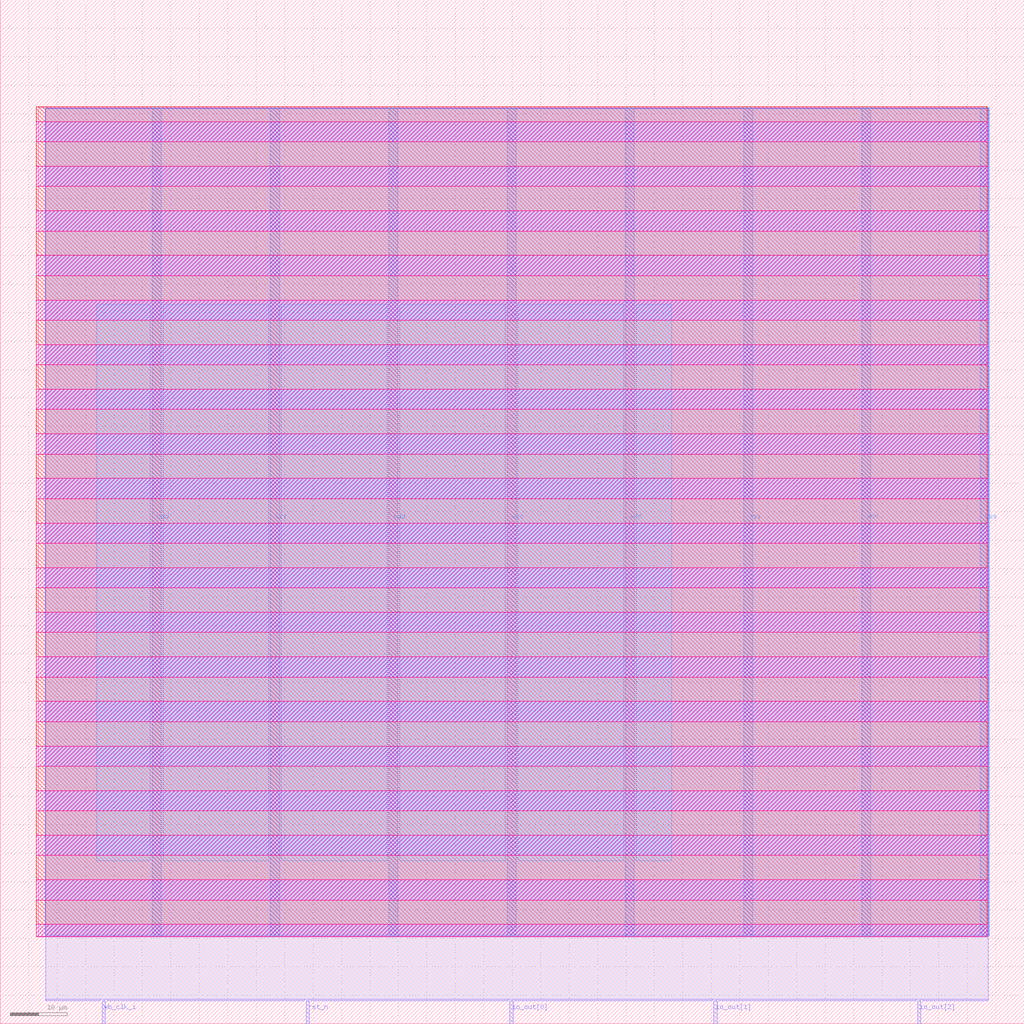
<source format=lef>
VERSION 5.7 ;
  NOWIREEXTENSIONATPIN ON ;
  DIVIDERCHAR "/" ;
  BUSBITCHARS "[]" ;
MACRO blinker
  CLASS BLOCK ;
  FOREIGN blinker ;
  ORIGIN 0.000 0.000 ;
  SIZE 180.000 BY 180.000 ;
  PIN io_out[0]
    DIRECTION OUTPUT ;
    USE SIGNAL ;
    ANTENNADIFFAREA 6.583500 ;
    PORT
      LAYER Metal2 ;
        RECT 89.600 0.000 90.160 4.000 ;
    END
  END io_out[0]
  PIN io_out[1]
    DIRECTION OUTPUT ;
    USE SIGNAL ;
    ANTENNADIFFAREA 6.583500 ;
    PORT
      LAYER Metal2 ;
        RECT 125.440 0.000 126.000 4.000 ;
    END
  END io_out[1]
  PIN io_out[2]
    DIRECTION OUTPUT ;
    USE SIGNAL ;
    ANTENNADIFFAREA 6.583500 ;
    PORT
      LAYER Metal2 ;
        RECT 161.280 0.000 161.840 4.000 ;
    END
  END io_out[2]
  PIN rst_n
    DIRECTION INPUT ;
    USE SIGNAL ;
    ANTENNAGATEAREA 0.666400 ;
    ANTENNADIFFAREA 0.438500 ;
    PORT
      LAYER Metal2 ;
        RECT 53.760 0.000 54.320 4.000 ;
    END
  END rst_n
  PIN vdd
    DIRECTION INOUT ;
    USE POWER ;
    PORT
      LAYER Metal4 ;
        RECT 26.710 15.380 28.310 161.020 ;
    END
    PORT
      LAYER Metal4 ;
        RECT 68.290 15.380 69.890 161.020 ;
    END
    PORT
      LAYER Metal4 ;
        RECT 109.870 15.380 111.470 161.020 ;
    END
    PORT
      LAYER Metal4 ;
        RECT 151.450 15.380 153.050 161.020 ;
    END
  END vdd
  PIN vss
    DIRECTION INOUT ;
    USE GROUND ;
    PORT
      LAYER Metal4 ;
        RECT 47.500 15.380 49.100 161.020 ;
    END
    PORT
      LAYER Metal4 ;
        RECT 89.080 15.380 90.680 161.020 ;
    END
    PORT
      LAYER Metal4 ;
        RECT 130.660 15.380 132.260 161.020 ;
    END
    PORT
      LAYER Metal4 ;
        RECT 172.240 15.380 173.840 161.020 ;
    END
  END vss
  PIN wb_clk_i
    DIRECTION INPUT ;
    USE SIGNAL ;
    ANTENNAGATEAREA 2.352000 ;
    ANTENNADIFFAREA 0.438500 ;
    PORT
      LAYER Metal2 ;
        RECT 17.920 0.000 18.480 4.000 ;
    END
  END wb_clk_i
  OBS
      LAYER Nwell ;
        RECT 6.290 158.570 173.470 161.150 ;
      LAYER Pwell ;
        RECT 6.290 155.030 173.470 158.570 ;
      LAYER Nwell ;
        RECT 6.290 150.730 173.470 155.030 ;
      LAYER Pwell ;
        RECT 6.290 147.190 173.470 150.730 ;
      LAYER Nwell ;
        RECT 6.290 142.890 173.470 147.190 ;
      LAYER Pwell ;
        RECT 6.290 139.350 173.470 142.890 ;
      LAYER Nwell ;
        RECT 6.290 135.050 173.470 139.350 ;
      LAYER Pwell ;
        RECT 6.290 131.510 173.470 135.050 ;
      LAYER Nwell ;
        RECT 6.290 127.210 173.470 131.510 ;
      LAYER Pwell ;
        RECT 6.290 123.670 173.470 127.210 ;
      LAYER Nwell ;
        RECT 6.290 119.370 173.470 123.670 ;
      LAYER Pwell ;
        RECT 6.290 115.830 173.470 119.370 ;
      LAYER Nwell ;
        RECT 6.290 111.530 173.470 115.830 ;
      LAYER Pwell ;
        RECT 6.290 107.990 173.470 111.530 ;
      LAYER Nwell ;
        RECT 6.290 103.690 173.470 107.990 ;
      LAYER Pwell ;
        RECT 6.290 100.150 173.470 103.690 ;
      LAYER Nwell ;
        RECT 6.290 95.850 173.470 100.150 ;
      LAYER Pwell ;
        RECT 6.290 92.310 173.470 95.850 ;
      LAYER Nwell ;
        RECT 6.290 88.010 173.470 92.310 ;
      LAYER Pwell ;
        RECT 6.290 84.470 173.470 88.010 ;
      LAYER Nwell ;
        RECT 6.290 80.170 173.470 84.470 ;
      LAYER Pwell ;
        RECT 6.290 76.630 173.470 80.170 ;
      LAYER Nwell ;
        RECT 6.290 72.330 173.470 76.630 ;
      LAYER Pwell ;
        RECT 6.290 68.790 173.470 72.330 ;
      LAYER Nwell ;
        RECT 6.290 64.490 173.470 68.790 ;
      LAYER Pwell ;
        RECT 6.290 60.950 173.470 64.490 ;
      LAYER Nwell ;
        RECT 6.290 56.650 173.470 60.950 ;
      LAYER Pwell ;
        RECT 6.290 53.110 173.470 56.650 ;
      LAYER Nwell ;
        RECT 6.290 48.810 173.470 53.110 ;
      LAYER Pwell ;
        RECT 6.290 45.270 173.470 48.810 ;
      LAYER Nwell ;
        RECT 6.290 40.970 173.470 45.270 ;
      LAYER Pwell ;
        RECT 6.290 37.430 173.470 40.970 ;
      LAYER Nwell ;
        RECT 6.290 33.130 173.470 37.430 ;
      LAYER Pwell ;
        RECT 6.290 29.590 173.470 33.130 ;
      LAYER Nwell ;
        RECT 6.290 25.290 173.470 29.590 ;
      LAYER Pwell ;
        RECT 6.290 21.750 173.470 25.290 ;
      LAYER Nwell ;
        RECT 6.290 17.450 173.470 21.750 ;
      LAYER Pwell ;
        RECT 6.290 15.250 173.470 17.450 ;
      LAYER Metal1 ;
        RECT 6.720 15.380 173.840 161.020 ;
      LAYER Metal2 ;
        RECT 7.980 4.300 173.700 160.910 ;
        RECT 7.980 4.000 17.620 4.300 ;
        RECT 18.780 4.000 53.460 4.300 ;
        RECT 54.620 4.000 89.300 4.300 ;
        RECT 90.460 4.000 125.140 4.300 ;
        RECT 126.300 4.000 160.980 4.300 ;
        RECT 162.140 4.000 173.700 4.300 ;
      LAYER Metal3 ;
        RECT 7.930 15.540 173.750 160.860 ;
      LAYER Metal4 ;
        RECT 16.940 28.650 26.410 126.470 ;
        RECT 28.610 28.650 47.200 126.470 ;
        RECT 49.400 28.650 67.990 126.470 ;
        RECT 70.190 28.650 88.780 126.470 ;
        RECT 90.980 28.650 109.570 126.470 ;
        RECT 111.770 28.650 118.020 126.470 ;
  END
END blinker
END LIBRARY


</source>
